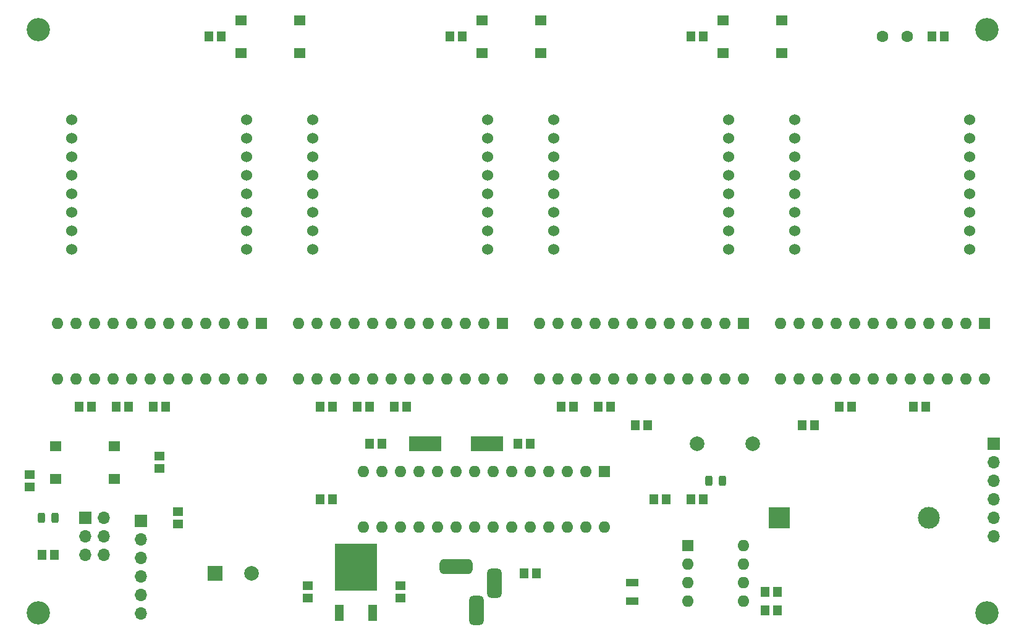
<source format=gbr>
%TF.GenerationSoftware,KiCad,Pcbnew,(6.0.5-0)*%
%TF.CreationDate,2022-07-17T16:53:03-04:00*%
%TF.ProjectId,YWS_clock,5957535f-636c-46f6-936b-2e6b69636164,rev?*%
%TF.SameCoordinates,PX4b17a20PY8a12ae0*%
%TF.FileFunction,Soldermask,Top*%
%TF.FilePolarity,Negative*%
%FSLAX46Y46*%
G04 Gerber Fmt 4.6, Leading zero omitted, Abs format (unit mm)*
G04 Created by KiCad (PCBNEW (6.0.5-0)) date 2022-07-17 16:53:03*
%MOMM*%
%LPD*%
G01*
G04 APERTURE LIST*
G04 Aperture macros list*
%AMRoundRect*
0 Rectangle with rounded corners*
0 $1 Rounding radius*
0 $2 $3 $4 $5 $6 $7 $8 $9 X,Y pos of 4 corners*
0 Add a 4 corners polygon primitive as box body*
4,1,4,$2,$3,$4,$5,$6,$7,$8,$9,$2,$3,0*
0 Add four circle primitives for the rounded corners*
1,1,$1+$1,$2,$3*
1,1,$1+$1,$4,$5*
1,1,$1+$1,$6,$7*
1,1,$1+$1,$8,$9*
0 Add four rect primitives between the rounded corners*
20,1,$1+$1,$2,$3,$4,$5,0*
20,1,$1+$1,$4,$5,$6,$7,0*
20,1,$1+$1,$6,$7,$8,$9,0*
20,1,$1+$1,$8,$9,$2,$3,0*%
G04 Aperture macros list end*
%ADD10R,1.700000X1.700000*%
%ADD11O,1.700000X1.700000*%
%ADD12C,2.000000*%
%ADD13R,1.600000X1.600000*%
%ADD14O,1.600000X1.600000*%
%ADD15R,2.000000X2.000000*%
%ADD16C,3.200000*%
%ADD17R,1.150000X1.400000*%
%ADD18R,1.400000X1.150000*%
%ADD19R,1.800000X1.000000*%
%ADD20C,1.524000*%
%ADD21R,1.600000X1.400000*%
%ADD22C,1.600000*%
%ADD23R,4.500000X2.000000*%
%ADD24R,1.200000X2.200000*%
%ADD25R,5.800000X6.400000*%
%ADD26R,3.000000X3.000000*%
%ADD27C,3.000000*%
%ADD28RoundRect,0.243750X0.243750X0.456250X-0.243750X0.456250X-0.243750X-0.456250X0.243750X-0.456250X0*%
%ADD29RoundRect,0.500000X1.750000X0.500000X-1.750000X0.500000X-1.750000X-0.500000X1.750000X-0.500000X0*%
%ADD30RoundRect,0.500000X-0.500000X1.500000X-0.500000X-1.500000X0.500000X-1.500000X0.500000X1.500000X0*%
G04 APERTURE END LIST*
D10*
%TO.C,J4*%
X12700000Y17780000D03*
D11*
X15240000Y17780000D03*
X12700000Y15240000D03*
X15240000Y15240000D03*
X12700000Y12700000D03*
X15240000Y12700000D03*
%TD*%
D12*
%TO.C,TP2*%
X96520000Y27940000D03*
%TD*%
%TO.C,TP1*%
X104140000Y27940000D03*
%TD*%
D13*
%TO.C,U5*%
X135895000Y44440000D03*
D14*
X133355000Y44440000D03*
X130815000Y44440000D03*
X128275000Y44440000D03*
X125735000Y44440000D03*
X123195000Y44440000D03*
X120655000Y44440000D03*
X118115000Y44440000D03*
X115575000Y44440000D03*
X113035000Y44440000D03*
X110495000Y44440000D03*
X107955000Y44440000D03*
X107955000Y36820000D03*
X110495000Y36820000D03*
X113035000Y36820000D03*
X115575000Y36820000D03*
X118115000Y36820000D03*
X120655000Y36820000D03*
X123195000Y36820000D03*
X125735000Y36820000D03*
X128275000Y36820000D03*
X130815000Y36820000D03*
X133355000Y36820000D03*
X135895000Y36820000D03*
%TD*%
D15*
%TO.C,BZ1*%
X30480000Y10160000D03*
D12*
X35480000Y10160000D03*
%TD*%
D16*
%TO.C,H4*%
X136260000Y4780000D03*
%TD*%
D17*
%TO.C,C9*%
X11850000Y33020000D03*
X13550000Y33020000D03*
%TD*%
D18*
%TO.C,C6*%
X43180000Y6770000D03*
X43180000Y8470000D03*
%TD*%
D19*
%TO.C,Y1*%
X87650000Y8870000D03*
X87650000Y6370000D03*
%TD*%
D13*
%TO.C,U3*%
X95260000Y13960000D03*
D14*
X95260000Y11420000D03*
X95260000Y8880000D03*
X95260000Y6340000D03*
X102880000Y6340000D03*
X102880000Y8880000D03*
X102880000Y11420000D03*
X102880000Y13960000D03*
%TD*%
D17*
%TO.C,R16*%
X8470000Y12700000D03*
X6770000Y12700000D03*
%TD*%
D20*
%TO.C,D4*%
X76900000Y72390000D03*
X76900000Y69850000D03*
X76900000Y67310000D03*
X76900000Y64770000D03*
X76900000Y62230000D03*
X76900000Y59690000D03*
X76900000Y57150000D03*
X76900000Y54610000D03*
X100900000Y54610000D03*
X100900000Y57150000D03*
X100900000Y59690000D03*
X100900000Y62230000D03*
X100900000Y64770000D03*
X100900000Y67310000D03*
X100900000Y69850000D03*
X100900000Y72390000D03*
%TD*%
D17*
%TO.C,R5*%
X105830000Y7620000D03*
X107530000Y7620000D03*
%TD*%
%TO.C,C14*%
X77890000Y33020000D03*
X79590000Y33020000D03*
%TD*%
D10*
%TO.C,J3*%
X137160000Y27940000D03*
D11*
X137160000Y25400000D03*
X137160000Y22860000D03*
X137160000Y20320000D03*
X137160000Y17780000D03*
X137160000Y15240000D03*
%TD*%
D17*
%TO.C,R6*%
X107530000Y5080000D03*
X105830000Y5080000D03*
%TD*%
D21*
%TO.C,SW3*%
X67120000Y86070000D03*
X75120000Y86070000D03*
X67120000Y81570000D03*
X75120000Y81570000D03*
%TD*%
D17*
%TO.C,R13*%
X95670000Y83820000D03*
X97370000Y83820000D03*
%TD*%
%TO.C,C3*%
X71980000Y27940000D03*
X73680000Y27940000D03*
%TD*%
%TO.C,R1*%
X44870000Y20320000D03*
X46570000Y20320000D03*
%TD*%
D20*
%TO.C,D2*%
X10860000Y72390000D03*
X10860000Y69850000D03*
X10860000Y67310000D03*
X10860000Y64770000D03*
X10860000Y62230000D03*
X10860000Y59690000D03*
X10860000Y57150000D03*
X10860000Y54610000D03*
X34860000Y54610000D03*
X34860000Y57150000D03*
X34860000Y59690000D03*
X34860000Y62230000D03*
X34860000Y64770000D03*
X34860000Y67310000D03*
X34860000Y69850000D03*
X34860000Y72390000D03*
%TD*%
D16*
%TO.C,H2*%
X136260000Y84780000D03*
%TD*%
D17*
%TO.C,C12*%
X82970000Y33020000D03*
X84670000Y33020000D03*
%TD*%
%TO.C,R15*%
X128690000Y83820000D03*
X130390000Y83820000D03*
%TD*%
%TO.C,C8*%
X16930000Y33020000D03*
X18630000Y33020000D03*
%TD*%
D22*
%TO.C,R14*%
X121920000Y83820000D03*
X125320000Y83820000D03*
%TD*%
D16*
%TO.C,H3*%
X6260000Y4780000D03*
%TD*%
D17*
%TO.C,R11*%
X29630000Y83820000D03*
X31330000Y83820000D03*
%TD*%
D13*
%TO.C,U2*%
X83820000Y24120000D03*
D14*
X81280000Y24120000D03*
X78740000Y24120000D03*
X76200000Y24120000D03*
X73660000Y24120000D03*
X71120000Y24120000D03*
X68580000Y24120000D03*
X66040000Y24120000D03*
X63500000Y24120000D03*
X60960000Y24120000D03*
X58420000Y24120000D03*
X55880000Y24120000D03*
X53340000Y24120000D03*
X50800000Y24120000D03*
X50800000Y16500000D03*
X53340000Y16500000D03*
X55880000Y16500000D03*
X58420000Y16500000D03*
X60960000Y16500000D03*
X63500000Y16500000D03*
X66040000Y16500000D03*
X68580000Y16500000D03*
X71120000Y16500000D03*
X73660000Y16500000D03*
X76200000Y16500000D03*
X78740000Y16500000D03*
X81280000Y16500000D03*
X83820000Y16500000D03*
%TD*%
D23*
%TO.C,Y2*%
X67750000Y27940000D03*
X59250000Y27940000D03*
%TD*%
D21*
%TO.C,SW2*%
X34100000Y86070000D03*
X42100000Y86070000D03*
X34100000Y81570000D03*
X42100000Y81570000D03*
%TD*%
D17*
%TO.C,R10*%
X56730000Y33020000D03*
X55030000Y33020000D03*
%TD*%
D18*
%TO.C,R4*%
X22860000Y26250000D03*
X22860000Y24550000D03*
%TD*%
D16*
%TO.C,H1*%
X6260000Y84780000D03*
%TD*%
D21*
%TO.C,SW4*%
X100140000Y86070000D03*
X108140000Y86070000D03*
X100140000Y81570000D03*
X108140000Y81570000D03*
%TD*%
D20*
%TO.C,D5*%
X43880000Y72390000D03*
X43880000Y69850000D03*
X43880000Y67310000D03*
X43880000Y64770000D03*
X43880000Y62230000D03*
X43880000Y59690000D03*
X43880000Y57150000D03*
X43880000Y54610000D03*
X67880000Y54610000D03*
X67880000Y57150000D03*
X67880000Y59690000D03*
X67880000Y62230000D03*
X67880000Y64770000D03*
X67880000Y67310000D03*
X67880000Y69850000D03*
X67880000Y72390000D03*
%TD*%
D10*
%TO.C,J1*%
X20320000Y17355000D03*
D11*
X20320000Y14815000D03*
X20320000Y12275000D03*
X20320000Y9735000D03*
X20320000Y7195000D03*
X20320000Y4655000D03*
%TD*%
D13*
%TO.C,U4*%
X36835000Y44440000D03*
D14*
X34295000Y44440000D03*
X31755000Y44440000D03*
X29215000Y44440000D03*
X26675000Y44440000D03*
X24135000Y44440000D03*
X21595000Y44440000D03*
X19055000Y44440000D03*
X16515000Y44440000D03*
X13975000Y44440000D03*
X11435000Y44440000D03*
X8895000Y44440000D03*
X8895000Y36820000D03*
X11435000Y36820000D03*
X13975000Y36820000D03*
X16515000Y36820000D03*
X19055000Y36820000D03*
X21595000Y36820000D03*
X24135000Y36820000D03*
X26675000Y36820000D03*
X29215000Y36820000D03*
X31755000Y36820000D03*
X34295000Y36820000D03*
X36835000Y36820000D03*
%TD*%
D13*
%TO.C,U6*%
X102875000Y44440000D03*
D14*
X100335000Y44440000D03*
X97795000Y44440000D03*
X95255000Y44440000D03*
X92715000Y44440000D03*
X90175000Y44440000D03*
X87635000Y44440000D03*
X85095000Y44440000D03*
X82555000Y44440000D03*
X80015000Y44440000D03*
X77475000Y44440000D03*
X74935000Y44440000D03*
X74935000Y36820000D03*
X77475000Y36820000D03*
X80015000Y36820000D03*
X82555000Y36820000D03*
X85095000Y36820000D03*
X87635000Y36820000D03*
X90175000Y36820000D03*
X92715000Y36820000D03*
X95255000Y36820000D03*
X97795000Y36820000D03*
X100335000Y36820000D03*
X102875000Y36820000D03*
%TD*%
D17*
%TO.C,C13*%
X49950000Y33020000D03*
X51650000Y33020000D03*
%TD*%
D24*
%TO.C,U1*%
X47505000Y4725000D03*
D25*
X49785000Y11025000D03*
D24*
X52065000Y4725000D03*
%TD*%
D17*
%TO.C,R7*%
X23710000Y33020000D03*
X22010000Y33020000D03*
%TD*%
%TO.C,R9*%
X89750000Y30480000D03*
X88050000Y30480000D03*
%TD*%
%TO.C,C2*%
X90590000Y20320000D03*
X92290000Y20320000D03*
%TD*%
D26*
%TO.C,BT1*%
X107766314Y17779983D03*
D27*
X128256314Y17779983D03*
%TD*%
D17*
%TO.C,C1*%
X72810000Y10160000D03*
X74510000Y10160000D03*
%TD*%
D28*
%TO.C,D6*%
X8557500Y17780000D03*
X6682500Y17780000D03*
%TD*%
D17*
%TO.C,C11*%
X110910000Y30480000D03*
X112610000Y30480000D03*
%TD*%
D13*
%TO.C,U7*%
X69855000Y44440000D03*
D14*
X67315000Y44440000D03*
X64775000Y44440000D03*
X62235000Y44440000D03*
X59695000Y44440000D03*
X57155000Y44440000D03*
X54615000Y44440000D03*
X52075000Y44440000D03*
X49535000Y44440000D03*
X46995000Y44440000D03*
X44455000Y44440000D03*
X41915000Y44440000D03*
X41915000Y36820000D03*
X44455000Y36820000D03*
X46995000Y36820000D03*
X49535000Y36820000D03*
X52075000Y36820000D03*
X54615000Y36820000D03*
X57155000Y36820000D03*
X59695000Y36820000D03*
X62235000Y36820000D03*
X64775000Y36820000D03*
X67315000Y36820000D03*
X69855000Y36820000D03*
%TD*%
D17*
%TO.C,C15*%
X44870000Y33020000D03*
X46570000Y33020000D03*
%TD*%
D18*
%TO.C,C7*%
X55880000Y6770000D03*
X55880000Y8470000D03*
%TD*%
D17*
%TO.C,C4*%
X53360000Y27940000D03*
X51660000Y27940000D03*
%TD*%
%TO.C,R8*%
X126150000Y33020000D03*
X127850000Y33020000D03*
%TD*%
D28*
%TO.C,D1*%
X99997500Y22860000D03*
X98122500Y22860000D03*
%TD*%
D17*
%TO.C,R2*%
X95670000Y20320000D03*
X97370000Y20320000D03*
%TD*%
D18*
%TO.C,C5*%
X5080000Y22010000D03*
X5080000Y23710000D03*
%TD*%
D17*
%TO.C,R12*%
X62650000Y83820000D03*
X64350000Y83820000D03*
%TD*%
%TO.C,C10*%
X115990000Y33020000D03*
X117690000Y33020000D03*
%TD*%
D20*
%TO.C,D3*%
X109920000Y72390000D03*
X109920000Y69850000D03*
X109920000Y67310000D03*
X109920000Y64770000D03*
X109920000Y62230000D03*
X109920000Y59690000D03*
X109920000Y57150000D03*
X109920000Y54610000D03*
X133920000Y54610000D03*
X133920000Y57150000D03*
X133920000Y59690000D03*
X133920000Y62230000D03*
X133920000Y64770000D03*
X133920000Y67310000D03*
X133920000Y69850000D03*
X133920000Y72390000D03*
%TD*%
D21*
%TO.C,SW1*%
X16700000Y23150000D03*
X8700000Y23150000D03*
X16700000Y27650000D03*
X8700000Y27650000D03*
%TD*%
D18*
%TO.C,R3*%
X25400000Y16930000D03*
X25400000Y18630000D03*
%TD*%
D29*
%TO.C,J2*%
X63500000Y11120000D03*
D30*
X68800000Y8820000D03*
X66300000Y5120000D03*
%TD*%
M02*

</source>
